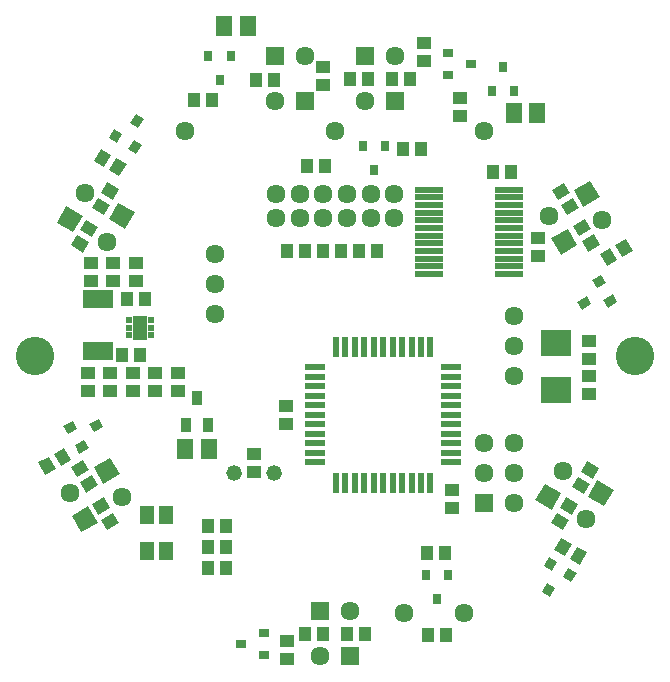
<source format=gts>
G75*
G70*
%OFA0B0*%
%FSLAX24Y24*%
%IPPOS*%
%LPD*%
%AMOC8*
5,1,8,0,0,1.08239X$1,22.5*
%
%ADD10R,0.0671X0.0240*%
%ADD11R,0.0240X0.0671*%
%ADD12R,0.0336X0.0493*%
%ADD13R,0.0474X0.0395*%
%ADD14R,0.0533X0.0671*%
%ADD15R,0.0635X0.0635*%
%ADD16C,0.0635*%
%ADD17R,0.0395X0.0474*%
%ADD18C,0.0520*%
%ADD19R,0.0316X0.0356*%
%ADD20R,0.0635X0.0635*%
%ADD21R,0.1025X0.0867*%
%ADD22C,0.1280*%
%ADD23R,0.0356X0.0316*%
%ADD24R,0.0190X0.0631*%
%ADD25R,0.0245X0.0245*%
%ADD26R,0.0474X0.0387*%
%ADD27R,0.0946X0.0237*%
%ADD28R,0.0513X0.0631*%
D10*
X012766Y010755D03*
X012766Y011070D03*
X012766Y011385D03*
X012766Y011700D03*
X012766Y012015D03*
X012766Y012330D03*
X012766Y012645D03*
X012766Y012960D03*
X012766Y013275D03*
X012766Y013590D03*
X012766Y013905D03*
X017294Y013905D03*
X017294Y013590D03*
X017294Y013275D03*
X017294Y012960D03*
X017294Y012645D03*
X017294Y012330D03*
X017294Y012015D03*
X017294Y011700D03*
X017294Y011385D03*
X017294Y011070D03*
X017294Y010755D03*
D11*
X016605Y010066D03*
X016290Y010066D03*
X015975Y010066D03*
X015660Y010066D03*
X015345Y010066D03*
X015030Y010066D03*
X014715Y010066D03*
X014400Y010066D03*
X014085Y010066D03*
X013770Y010066D03*
X013455Y010066D03*
X013455Y014594D03*
X013770Y014594D03*
X014085Y014594D03*
X014400Y014594D03*
X014715Y014594D03*
X015030Y014594D03*
X015345Y014594D03*
X015660Y014594D03*
X015975Y014594D03*
X016290Y014594D03*
X016605Y014594D03*
D12*
X009204Y011977D03*
X008456Y011977D03*
X008830Y012883D03*
D13*
X008180Y013135D03*
X008180Y013725D03*
X007430Y013725D03*
X007430Y013135D03*
X006680Y013135D03*
X006680Y013725D03*
X005930Y013725D03*
X005930Y013135D03*
X005180Y013135D03*
X005180Y013725D03*
G36*
X004284Y010625D02*
X004047Y011034D01*
X004388Y011231D01*
X004625Y010822D01*
X004284Y010625D01*
G37*
G36*
X003772Y010329D02*
X003535Y010738D01*
X003876Y010935D01*
X004113Y010526D01*
X003772Y010329D01*
G37*
G36*
X005235Y010484D02*
X004826Y010247D01*
X004629Y010588D01*
X005038Y010825D01*
X005235Y010484D01*
G37*
G36*
X005531Y009972D02*
X005122Y009735D01*
X004925Y010076D01*
X005334Y010313D01*
X005531Y009972D01*
G37*
G36*
X005329Y009338D02*
X005738Y009575D01*
X005935Y009234D01*
X005526Y008997D01*
X005329Y009338D01*
G37*
G36*
X005625Y008826D02*
X006034Y009063D01*
X006231Y008722D01*
X005822Y008485D01*
X005625Y008826D01*
G37*
X010730Y010435D03*
X010730Y011025D03*
X011780Y012035D03*
X011780Y012625D03*
X006780Y016785D03*
X006780Y017375D03*
X006030Y017375D03*
X006030Y016785D03*
X005280Y016785D03*
X005280Y017375D03*
G36*
X004826Y018313D02*
X005235Y018076D01*
X005038Y017735D01*
X004629Y017972D01*
X004826Y018313D01*
G37*
G36*
X005122Y018825D02*
X005531Y018588D01*
X005334Y018247D01*
X004925Y018484D01*
X005122Y018825D01*
G37*
G36*
X005738Y018985D02*
X005329Y019222D01*
X005526Y019563D01*
X005935Y019326D01*
X005738Y018985D01*
G37*
G36*
X006034Y019497D02*
X005625Y019734D01*
X005822Y020075D01*
X006231Y019838D01*
X006034Y019497D01*
G37*
G36*
X005897Y020476D02*
X006134Y020885D01*
X006475Y020688D01*
X006238Y020279D01*
X005897Y020476D01*
G37*
G36*
X005385Y020772D02*
X005622Y021181D01*
X005963Y020984D01*
X005726Y020575D01*
X005385Y020772D01*
G37*
X013030Y023335D03*
X013030Y023925D03*
X016380Y024135D03*
X016380Y024725D03*
X017580Y022875D03*
X017580Y022285D03*
G36*
X021266Y019728D02*
X020857Y019491D01*
X020660Y019832D01*
X021069Y020069D01*
X021266Y019728D01*
G37*
G36*
X021561Y019217D02*
X021152Y018980D01*
X020955Y019321D01*
X021364Y019558D01*
X021561Y019217D01*
G37*
G36*
X021360Y018620D02*
X021769Y018857D01*
X021966Y018516D01*
X021557Y018279D01*
X021360Y018620D01*
G37*
G36*
X021655Y018108D02*
X022064Y018345D01*
X022261Y018004D01*
X021852Y017767D01*
X021655Y018108D01*
G37*
G36*
X022600Y017884D02*
X022837Y017475D01*
X022496Y017278D01*
X022259Y017687D01*
X022600Y017884D01*
G37*
G36*
X023111Y018180D02*
X023348Y017771D01*
X023007Y017574D01*
X022770Y017983D01*
X023111Y018180D01*
G37*
X020180Y018225D03*
X020180Y017635D03*
X021880Y014775D03*
X021880Y014185D03*
X021880Y013625D03*
X021880Y013035D03*
G36*
X022034Y010197D02*
X021625Y010434D01*
X021822Y010775D01*
X022231Y010538D01*
X022034Y010197D01*
G37*
G36*
X021738Y009685D02*
X021329Y009922D01*
X021526Y010263D01*
X021935Y010026D01*
X021738Y009685D01*
G37*
G36*
X021122Y009575D02*
X021531Y009338D01*
X021334Y008997D01*
X020925Y009234D01*
X021122Y009575D01*
G37*
G36*
X020826Y009063D02*
X021235Y008826D01*
X021038Y008485D01*
X020629Y008722D01*
X020826Y009063D01*
G37*
G36*
X021313Y008034D02*
X021076Y007625D01*
X020735Y007822D01*
X020972Y008231D01*
X021313Y008034D01*
G37*
G36*
X021825Y007738D02*
X021588Y007329D01*
X021247Y007526D01*
X021484Y007935D01*
X021825Y007738D01*
G37*
X017330Y009235D03*
X017330Y009825D03*
X011830Y004775D03*
X011830Y004185D03*
D14*
X009224Y011180D03*
X008436Y011180D03*
X019386Y022380D03*
X020174Y022380D03*
X010524Y025280D03*
X009736Y025280D03*
D15*
X011430Y024280D03*
X012430Y022780D03*
X014430Y024280D03*
X015430Y022780D03*
X018380Y009380D03*
X013930Y004280D03*
X012930Y005780D03*
D16*
X013930Y005780D03*
X012930Y004280D03*
X015730Y005730D03*
X017730Y005730D03*
X019380Y009380D03*
X019380Y010380D03*
X018380Y010380D03*
X018380Y011380D03*
X019380Y011380D03*
X021040Y010463D03*
X021780Y008847D03*
X019380Y013630D03*
X019380Y014630D03*
X019380Y015630D03*
X020566Y018968D03*
X022317Y018835D03*
X018380Y021780D03*
X015399Y019674D03*
X015399Y018886D03*
X014611Y018886D03*
X013824Y018886D03*
X013824Y019674D03*
X014611Y019674D03*
X013036Y019674D03*
X012249Y019674D03*
X011461Y019674D03*
X011461Y018886D03*
X012249Y018886D03*
X013036Y018886D03*
X013430Y021780D03*
X014430Y022780D03*
X015430Y024280D03*
X012430Y024280D03*
X011430Y022780D03*
X008430Y021780D03*
X005080Y019713D03*
X005820Y018097D03*
X009430Y017680D03*
X009430Y016680D03*
X009430Y015680D03*
X006320Y009597D03*
X004580Y009713D03*
D17*
X009185Y008630D03*
X009775Y008630D03*
X009775Y007930D03*
X009185Y007930D03*
X009185Y007230D03*
X009775Y007230D03*
X012435Y005030D03*
X013025Y005030D03*
X013835Y005030D03*
X014425Y005030D03*
X016535Y004980D03*
X017125Y004980D03*
X017075Y007730D03*
X016485Y007730D03*
X006925Y014330D03*
X006335Y014330D03*
X006485Y016180D03*
X007075Y016180D03*
X011835Y017780D03*
X012425Y017780D03*
X013035Y017780D03*
X013625Y017780D03*
X014235Y017780D03*
X014825Y017780D03*
X013075Y020630D03*
X012485Y020630D03*
X011375Y023480D03*
X010785Y023480D03*
X009325Y022830D03*
X008735Y022830D03*
X013935Y023530D03*
X014525Y023530D03*
X015335Y023530D03*
X015925Y023530D03*
X015685Y021180D03*
X016275Y021180D03*
X018685Y020430D03*
X019275Y020430D03*
D18*
X011397Y010380D03*
X010060Y010380D03*
D19*
X016456Y006974D03*
X017204Y006974D03*
X016830Y006186D03*
X014730Y020486D03*
X014356Y021274D03*
X015104Y021274D03*
X018656Y023136D03*
X019404Y023136D03*
X019030Y023924D03*
X009954Y024274D03*
X009206Y024274D03*
X009580Y023486D03*
D20*
G36*
X005887Y018847D02*
X006204Y019396D01*
X006753Y019079D01*
X006436Y018530D01*
X005887Y018847D01*
G37*
G36*
X005013Y018963D02*
X004696Y018414D01*
X004147Y018731D01*
X004464Y019280D01*
X005013Y018963D01*
G37*
G36*
X005704Y010030D02*
X005387Y010579D01*
X005936Y010896D01*
X006253Y010347D01*
X005704Y010030D01*
G37*
G36*
X005196Y009280D02*
X005513Y008731D01*
X004964Y008414D01*
X004647Y008963D01*
X005196Y009280D01*
G37*
G36*
X020973Y009713D02*
X020656Y009164D01*
X020107Y009481D01*
X020424Y010030D01*
X020973Y009713D01*
G37*
G36*
X021847Y009597D02*
X022164Y010146D01*
X022713Y009829D01*
X022396Y009280D01*
X021847Y009597D01*
G37*
G36*
X021182Y018535D02*
X021499Y017986D01*
X020950Y017669D01*
X020633Y018218D01*
X021182Y018535D01*
G37*
G36*
X021701Y019268D02*
X021384Y019817D01*
X021933Y020134D01*
X022250Y019585D01*
X021701Y019268D01*
G37*
D21*
X020780Y014717D03*
X020780Y013143D03*
D22*
X023430Y014280D03*
X003430Y014280D03*
D23*
G36*
X004369Y011954D02*
X004677Y012132D01*
X004835Y011860D01*
X004527Y011682D01*
X004369Y011954D01*
G37*
G36*
X004743Y011306D02*
X005051Y011484D01*
X005209Y011212D01*
X004901Y011034D01*
X004743Y011306D01*
G37*
G36*
X005238Y012024D02*
X005546Y012202D01*
X005704Y011930D01*
X005396Y011752D01*
X005238Y012024D01*
G37*
X011074Y005054D03*
X011074Y004306D03*
X010286Y004680D03*
G36*
X020758Y006564D02*
X020580Y006256D01*
X020308Y006414D01*
X020486Y006722D01*
X020758Y006564D01*
G37*
G36*
X021476Y007059D02*
X021298Y006751D01*
X021026Y006909D01*
X021204Y007217D01*
X021476Y007059D01*
G37*
G36*
X020828Y007433D02*
X020650Y007125D01*
X020378Y007283D01*
X020556Y007591D01*
X020828Y007433D01*
G37*
G36*
X021966Y016006D02*
X021658Y015828D01*
X021500Y016100D01*
X021808Y016278D01*
X021966Y016006D01*
G37*
G36*
X022835Y016076D02*
X022527Y015898D01*
X022369Y016170D01*
X022677Y016348D01*
X022835Y016076D01*
G37*
G36*
X022461Y016723D02*
X022153Y016545D01*
X021995Y016817D01*
X022303Y016995D01*
X022461Y016723D01*
G37*
X017186Y023656D03*
X017186Y024404D03*
X017974Y024030D03*
G36*
X006602Y022046D02*
X006780Y022354D01*
X007052Y022196D01*
X006874Y021888D01*
X006602Y022046D01*
G37*
G36*
X005884Y021551D02*
X006062Y021859D01*
X006334Y021701D01*
X006156Y021393D01*
X005884Y021551D01*
G37*
G36*
X006532Y021177D02*
X006710Y021485D01*
X006982Y021327D01*
X006804Y021019D01*
X006532Y021177D01*
G37*
D24*
X005924Y016196D03*
X005727Y016196D03*
X005530Y016196D03*
X005333Y016196D03*
X005136Y016196D03*
X005136Y014464D03*
X005333Y014464D03*
X005530Y014464D03*
X005727Y014464D03*
X005924Y014464D03*
D25*
X006570Y014974D03*
X006570Y015230D03*
X006570Y015486D03*
X007290Y015486D03*
X007290Y015230D03*
X007290Y014974D03*
D26*
X006930Y015033D03*
X006930Y015427D03*
D27*
X016550Y017023D03*
X016550Y017278D03*
X016550Y017534D03*
X016550Y017790D03*
X016550Y018046D03*
X016550Y018302D03*
X016550Y018558D03*
X016550Y018814D03*
X016550Y019070D03*
X016550Y019326D03*
X016550Y019582D03*
X016550Y019837D03*
X019210Y019837D03*
X019210Y019582D03*
X019210Y019326D03*
X019210Y019070D03*
X019210Y018814D03*
X019210Y018558D03*
X019210Y018302D03*
X019210Y018046D03*
X019210Y017790D03*
X019210Y017534D03*
X019210Y017278D03*
X019210Y017023D03*
D28*
X007165Y007789D03*
X007795Y007789D03*
X007795Y008971D03*
X007165Y008971D03*
M02*

</source>
